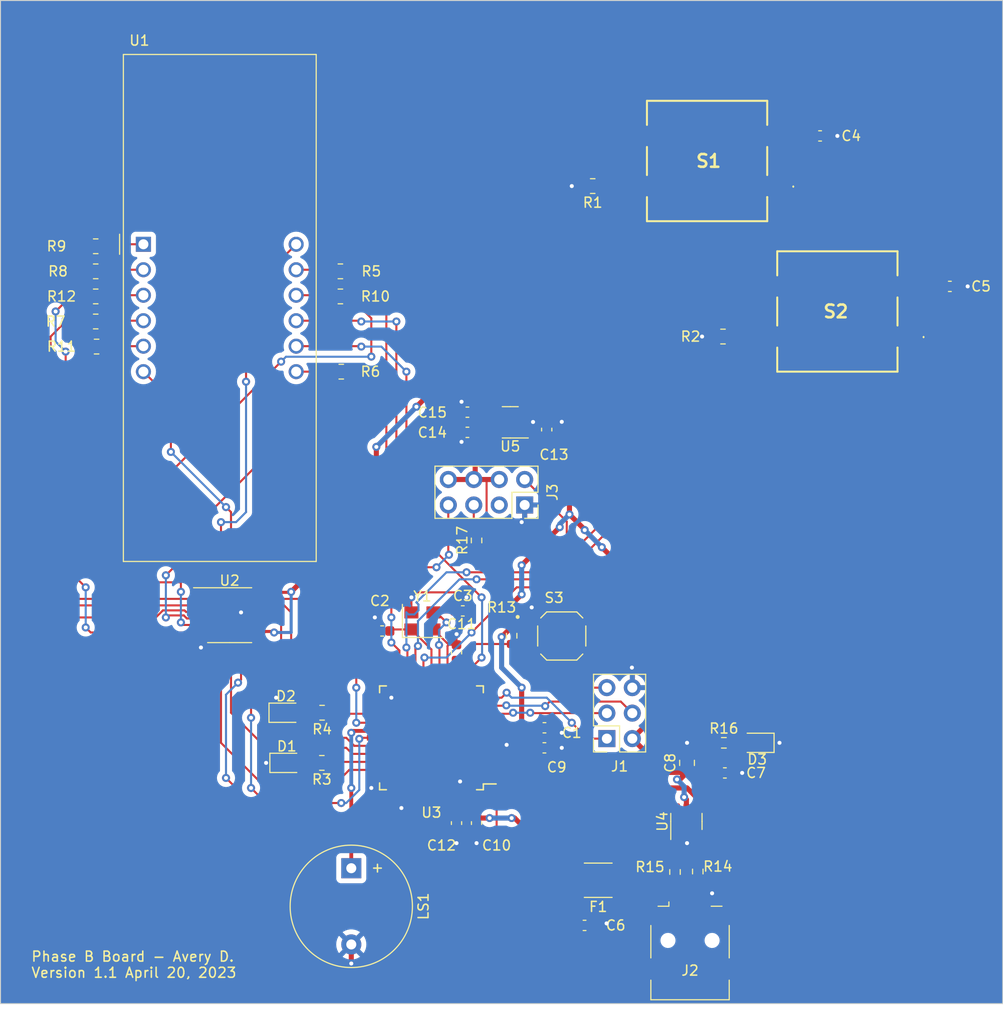
<source format=kicad_pcb>
(kicad_pcb (version 20221018) (generator pcbnew)
  (layers (0 "F.Cu" signal) (31 "B.Cu" signal) (34 "B.Paste" user) (35 "F.Paste" user) (36 "B.SilkS" user "B.Silkscreen") (37 "F.SilkS" user "F.Silkscreen") (38 "B.Mask" user) (39 "F.Mask" user) (44 "Edge.Cuts" user))
  (net 0 "")
  (net 1 "+5V")
  (net 2 "GND")
  (net 3 "XTAL1")
  (net 4 "XTAL2")
  (net 5 "/UCAP")
  (net 6 "/AREF")
  (net 7 "+3.3V")
  (net 8 "Net-(U5-BP)")
  (net 9 "Net-(D1-A)")
  (net 10 "Net-(D2-A)")
  (net 11 "Net-(D3-A)")
  (net 12 "Net-(J2-VBUS)")
  (net 13 "MISO")
  (net 14 "SCK")
  (net 15 "MOSI")
  (net 16 "RST")
  (net 17 "Net-(J2-D-)")
  (net 18 "Net-(J2-D+)")
  (net 20 "unconnected-(J2-Shield-Pad6)")
  (net 21 "TX")
  (net 23 "Net-(J3-Pin_5)")
  (net 24 "RX")
  (net 25 "Buzzer")
  (net 26 "Button_1")
  (net 27 "Button_2")
  (net 28 "RED_LED")
  (net 29 "GREEN_LED")
  (net 30 "a")
  (net 31 "Net-(U1-a)")
  (net 32 "b")
  (net 33 "Net-(U1-b)")
  (net 34 "c")
  (net 35 "Net-(U1-c)")
  (net 36 "d")
  (net 37 "Net-(U1-d)")
  (net 38 "e")
  (net 39 "Net-(U1-e)")
  (net 40 "f")
  (net 41 "Net-(U1-f)")
  (net 42 "g")
  (net 43 "Net-(U1-g)")
  (net 44 "dp")
  (net 45 "Net-(U1-DPX)")
  (net 46 "USB_CONN_D+")
  (net 47 "USB_CONN_D-")
  (net 52 "Dig4")
  (net 53 "Dig3")
  (net 54 "Dig2")
  (net 55 "Dig1")
  (net 57 "SH_CP")
  (net 58 "ST_CP")
  (net 59 "DS")
  (net 60 "USB_D-")
  (net 61 "USB_D+")
  (footprint "Fuse:Fuse_1812_4532Metric" (layer "F.Cu") (at 79.6375 107.7 180)
    (fp_text reference "F1")
    (fp_text value "PTCSMD")
  )
  (footprint "LED_SMD:LED_0805_2012Metric" (layer "F.Cu") (at 48.475 91)
    (fp_text reference "D2")
    (fp_text value "LED")
  )
  (footprint "Capacitor_SMD:C_0603_1608Metric" (layer "F.Cu") (at 58.075 82.85)
    (fp_text reference "C2")
    (fp_text value "22p" hide)
  )
  (footprint "Capacitor_SMD:C_0805_2012Metric" (layer "F.Cu") (at 88.5 96 90)
    (fp_text reference "C8")
    (fp_text value "10uF" hide)
  )
  (footprint "Connector_USB:USB_Mini-B_Lumberg_2486_01_Horizontal" (layer "F.Cu") (at 88.8 113.7)
    (fp_text reference "J2")
    (fp_text value "USB_B_Mini")
  )
  (footprint "Capacitor_SMD:C_0603_1608Metric" (layer "F.Cu") (at 66.125 80.85)
    (fp_text reference "C3")
    (fp_text value "22p" hide)
  )
  (footprint "Capacitor_SMD:C_0603_1608Metric" (layer "F.Cu") (at 65.5 85 90)
    (fp_text reference "C11")
    (fp_text value "0.1uF" hide)
  )
  (footprint "Resistor_SMD:R_0805_2012Metric" (layer "F.Cu") (at 29.5 49.5)
    (fp_text reference "R12")
    (fp_text value "100" hide)
  )
  (footprint "LED_SMD:LED_0805_2012Metric" (layer "F.Cu") (at 95.5 94 180)
    (fp_text reference "D3")
    (fp_text value "LED")
  )
  (footprint "Capacitor_SMD:C_0603_1608Metric" (layer "F.Cu") (at 74.275 92.5)
    (fp_text reference "C1")
    (fp_text value "0.1u" hide)
  )
  (footprint "Capacitor_SMD:C_0603_1608Metric" (layer "F.Cu") (at 66.5875 63.05 180)
    (fp_text reference "C14")
    (fp_text value "2.2uF" hide)
  )
  (footprint "PTS125_SMD_Button:PTS125_SMD_Button" (layer "F.Cu") (at 90.5 36 180)
    (fp_text reference "S1")
    (fp_text value "PTS125SM43SMTR21M_LFS" hide)
  )
  (footprint "Capacitor_SMD:C_0603_1608Metric" (layer "F.Cu") (at 101.775 33.5)
    (fp_text reference "C4")
    (fp_text value "0.1uF" hide)
  )
  (footprint "Resistor_SMD:R_0603_1608Metric" (layer "F.Cu") (at 67.5 73.825 90)
    (fp_text reference "R17")
    (fp_text value "10k" hide)
  )
  (footprint "Resistor_SMD:R_0805_2012Metric" (layer "F.Cu") (at 29.5 47)
    (fp_text reference "R8")
    (fp_text value "100" hide)
  )
  (footprint "Resistor_SMD:R_0603_1608Metric" (layer "F.Cu") (at 71 83.325 -90)
    (fp_text reference "R13")
    (fp_text value "10k" hide)
  )
  (footprint "Resistor_SMD:R_0603_1608Metric" (layer "F.Cu") (at 89.571819 106.828722 90)
    (fp_text reference "R14")
    (fp_text value "22" hide)
  )
  (footprint "Package_TO_SOT_SMD:SOT-23-5" (layer "F.Cu") (at 70.8625 62.05 180)
    (fp_text reference "U5")
    (fp_text value "LP2985-3.3")
  )
  (footprint "LED_SMD:LED_0805_2012Metric" (layer "F.Cu") (at 48.5625 96)
    (fp_text reference "D1")
    (fp_text value "LED")
  )
  (footprint "Resistor_SMD:R_0805_2012Metric" (layer "F.Cu") (at 52.0625 96 180)
    (fp_text reference "R3")
    (fp_text value "330" hide)
  )
  (footprint "Resistor_SMD:R_0805_2012Metric" (layer "F.Cu") (at 29.5875 54.5)
    (fp_text reference "R11")
    (fp_text value "100" hide)
  )
  (footprint "Capacitor_SMD:C_0603_1608Metric" (layer "F.Cu") (at 74.269851 94.5)
    (fp_text reference "C9")
    (fp_text value "1uF" hide)
  )
  (footprint "Capacitor_SMD:C_0603_1608Metric" (layer "F.Cu") (at 78.275 112.2)
    (fp_text reference "C6")
    (fp_text value "0.1uF" hide)
  )
  (footprint "Capacitor_SMD:C_0603_1608Metric" (layer "F.Cu") (at 74.5 62.775 90)
    (fp_text reference "C13")
    (fp_text value "1uF" hide)
  )
  (footprint "Resistor_SMD:R_0805_2012Metric" (layer "F.Cu") (at 29.5 44.5)
    (fp_text reference "R9")
    (fp_text value "100" hide)
  )
  (footprint "PTS526_SMD_Button:PTS526_SMD_Button" (layer "F.Cu") (at 76 83.35)
    (fp_text reference "S3")
    (fp_text value "PTS526_SM08_SMTR2_LFS")
  )
  (footprint "Resistor_SMD:R_0805_2012Metric" (layer "F.Cu") (at 79.0875 38.5 180)
    (fp_text reference "R1")
    (fp_text value "10k" hide)
  )
  (footprint "Resistor_SMD:R_0805_2012Metric" (layer "F.Cu") (at 29.5 52)
    (fp_text reference "R7")
    (fp_text value "100" hide)
  )
  (footprint "Capacitor_SMD:C_0603_1608Metric" (layer "F.Cu") (at 114.725 48.5)
    (fp_text reference "C5")
    (fp_text value "0.1uF" hide)
  )
  (footprint "Display_7Segment:CA56-12EWA" (layer "F.Cu") (at 34.26 44.3)
    (fp_text reference "U1")
    (fp_text value "CA56-12EWA")
  )
  (footprint "Resistor_SMD:R_0603_1608Metric" (layer "F.Cu") (at 92.175 94)
    (fp_text reference "R16")
    (fp_text value "1k" hide)
  )
  (footprint "Package_QFP:TQFP-44_10x10mm_P0.8mm" (layer "F.Cu") (at 63 93.5 180)
    (fp_text reference "U3")
    (fp_text value "ATmega32U4-A")
  )
  (footprint "Package_TO_SOT_SMD:SOT-23-6" (layer "F.Cu") (at 88.4375 101.8375 90)
    (fp_text reference "U4")
    (fp_text value "USBLC6-2SC6")
  )
  (footprint "Connector_PinSocket_2.54mm:PinSocket_2x04_P2.54mm_Vertical" (layer "F.Cu") (at 72.3 70.29 -90)
    (fp_text reference "J3")
    (fp_text value "ESP_Conn")
  )
  (footprint "PTS125_SMD_Button:PTS125_SMD_Button" (layer "F.Cu") (at 103.5 51 180)
    (fp_text reference "S2")
    (fp_text value "PTS125SM43SMTR21M_LFS" hide)
  )
  (footprint "Capacitor_SMD:C_0603_1608Metric" (layer "F.Cu") (at 66.5875 61.04 180)
    (fp_text reference "C15")
    (fp_text value "10nF" hide)
  )
  (footprint "Package_SO:TSSOP-16_4.4x5mm_P0.65mm" (layer "F.Cu") (at 42.8625 81.275)
    (fp_text reference "U2")
    (fp_text value "74HC595")
  )
  (footprint "Resistor_SMD:R_0805_2012Metric" (layer "F.Cu") (at 54 57 180)
    (fp_text reference "R6")
    (fp_text value "100" hide)
  )
  (footprint "Resistor_SMD:R_0805_2012Metric" (layer "F.Cu") (at 52.0875 91 180)
    (fp_text reference "R4")
    (fp_text value "330" hide)
  )
  (footprint "Buzzer_Beeper:Buzzer_12x9.5RM7.6" (layer "F.Cu") (at 55 106.5 -90)
    (fp_text reference "LS1")
    (fp_text value "Speaker")
  )
  (footprint "Capacitor_SMD:C_0603_1608Metric" (layer "F.Cu") (at 67.5 102 -90)
    (fp_text reference "C10")
    (fp_text value "0.1uF" hide)
  )
  (footprint "Crystal:Crystal_SMD_Abracon_ABM8G-4Pin_3.2x2.5mm" (layer "F.Cu") (at 62.1 81.85)
    (fp_text reference "Y1")
    (fp_text value "16MHz")
  )
  (footprint "Capacitor_SMD:C_0603_1608Metric" (layer "F.Cu") (at 92.275 97)
    (fp_text reference "C7")
    (fp_text value "0.1uF" hide)
  )
  (footprint "Resistor_SMD:R_0805_2012Metric" (layer "F.Cu") (at 53.9125 49.5 180)
    (fp_text reference "R10")
    (fp_text value "100" hide)
  )
  (footprint "Connector_PinSocket_2.54mm:PinSocket_2x03_P2.54mm_Vertical" (layer "F.Cu") (at 80.5 93.58 180)
    (fp_text reference "J1")
    (fp_text value "AVR-ISP-6")
  )
  (footprint "Resistor_SMD:R_0805_2012Metric" (layer "F.Cu") (at 92.0875 53.5 180)
    (fp_text reference "R2")
    (fp_text value "10k" hide)
  )
  (footprint "Resistor_SMD:R_0805_2012Metric" (layer "F.Cu") (at 53.9125 47 180)
    (fp_text reference "R5")
    (fp_text value "100" hide)
  )
  (footprint "Capacitor_SMD:C_0603_1608Metric" (layer "F.Cu") (at 65.5 102 -90)
    (fp_text reference "C12")
    (fp_text value "0.1uF" hide)
  )
  (footprint "Resistor_SMD:R_0603_1608Metric" (layer "F.Cu") (at 87.3 106.875 90)
    (fp_text reference "R15")
    (fp_text value "22" hide)
  )
  (gr_rect (start 20 20) (end 120 120) (stroke (width 0.1)) (fill none) (layer "Edge.Cuts"))
  (gr_text "Phase B Board - Avery D.\nVersion 1.1 April 20, 2023" (at 23 117.5) (layer "F.SilkS") (effects (font (size 1 1)) (justify left bottom)))
  (segment (start 77 61) (end 77 65.729006) (width 0.508) (layer "F.Cu") (net 1))
  (segment (start 58.558 90.3) (end 60 91.742) (width 0.508) (layer "F.Cu") (net 1))
  (segment (start 74.3625 63.55) (end 72.55 63.55) (width 0.508) (layer "F.Cu") (net 1))
  (segment (start 97.65 35.5) (end 110.65 48.5) (width 0.508) (layer "F.Cu") (net 1))
  (segment (start 59 97.942) (end 59.942 97) (width 0.508) (layer "F.Cu") (net 1))
  (segment (start 57.3 90.3) (end 58.558 90.3) (width 0.508) (layer "F.Cu") (net 1))
  (segment (start 71.8 92.7) (end 72 92.5) (width 0.508) (layer "F.Cu") (net 1))
  (segment (start 110.65 48.5) (end 113.95 48.5) (width 0.508) (layer "F.Cu") (net 1))
  (segment (start 67 97.5) (end 67 99.2) (width 0.508) (layer "F.Cu") (net 1))
  (segment (start 57.5 64.5) (end 57.5 70.4489) (width 0.508) (layer "F.Cu") (net 1))
  (segment (start 65.4 87.8) (end 65.4 85.875) (width 0.508) (layer "F.Cu") (net 1))
  (segment (start 85.5 80) (end 82.5 77) (width 0.508) (layer "F.Cu") (net 1))
  (segment (start 97.65 33.5) (end 97.65 35.5) (width 0.508) (layer "F.Cu") (net 1))
  (segment (start 71 80.2011) (end 72 79.2011) (width 0.508) (layer "F.Cu") (net 1))
  (segment (start 71.3 101.5) (end 71 101.5) (width 0.508) (layer "F.Cu") (net 1))
  (segment (start 88.4375 99.644532) (end 88.4375 100.7) (width 0.508) (layer "F.Cu") (net 1))
  (segment (start 67 100.725) (end 67.5 101.225) (width 0.508) (layer "F.Cu") (net 1))
  (segment (start 78.289352 72.789352) (end 78.289352 72.747846) (width 0.508) (layer "F.Cu") (net 1))
  (segment (start 77.5 112.2) (end 77.5 107.7) (width 0.508) (layer "F.Cu") (net 1))
  (segment (start 72 61.1) (end 72.6 60.5) (width 0.508) (layer "F.Cu") (net 1))
  (segment (start 97.65 33.5) (end 101 33.5) (width 0.508) (layer "F.Cu") (net 1))
  (segment (start 65.4 85.875) (end 65.5 85.775) (width 0.508) (layer "F.Cu") (net 1))
  (segment (start 85.5 91.12) (end 85.5 82.5) (width 0.508) (layer "F.Cu") (net 1))
  (segment (start 82.5 77) (end 80 74.5) (width 0.508) (layer "F.Cu") (net 1))
  (segment (start 65.4 87.8) (end 65.4 92.542) (width 0.508) (layer "F.Cu") (net 1))
  (segment (start 72.6 60.5) (end 76.5 60.5) (width 0.508) (layer "F.Cu") (net 1))
  (segment (start 67 99.2) (end 67 100.725) (width 0.508) (layer "F.Cu") (net 1))
  (segment (start 72 88.5) (end 72 92.5) (width 0.508) (layer "F.Cu") (net 1))
  (segment (start 70.9489 82.5) (end 70 83.4489) (width 0.508) (layer "F.Cu") (net 1))
  (segment (start 82.5 76.65) (end 82.5 77) (width 0.508) (layer "F.Cu") (net 1))
  (segment (start 65.4 92.542) (end 66.5 93.642) (width 0.508) (layer "F.Cu") (net 1))
  (segment (start 110.65 48.5) (end 82.5 76.65) (width 0.508) (layer "F.Cu") (net 1))
  (segment (start 66 97) (end 66.5 97) (width 0.508) (layer "F.Cu") (net 1))
  (segment (start 87.8035 97.6465) (end 88.5 96.95) (width 0.508) (layer "F.Cu") (net 1))
  (segment (start 66.5 97) (end 67 97.5) (width 0.508) (layer "F.Cu") (net 1))
  (segment (start 71 82.5) (end 71 80.2011) (width 0.508) (layer "F.Cu") (net 1))
  (segment (start 76.5 60.5) (end 77 61) (width 0.508) (layer "F.Cu") (net 1))
  (segment (start 47.1989 82.9) (end 47.2989 83) (width 0.3048) (layer "F.Cu") (net 1))
  (segment (start 86.41 96.95) (end 83.04 93.58) (width 0.508) (layer "F.Cu") (net 1))
  (segment (start 72 76.2989) (end 75.7989 72.5) (width 0.508) (layer "F.Cu") (net 1))
  (segment (start 72.55 63.55) (end 72 63) (width 0.508) (layer "F.Cu") (net 1))
  (segment (start 88.5 96.95) (end 88.675 96.95) (width 0.508) (layer "F.Cu") (net 1))
  (segment (start 83.04 93.58) (end 85.5 91.12) (width 0.508) (layer "F.Cu") (net 1))
  (segment (start 77.5 107.7) (end 71.3 101.5) (width 0.508) (layer "F.Cu") (net 1))
  (segment (start 91.45 96.95) (end 91.5 97) (width 0.508) (layer "F.Cu") (net 1))
  (segment (start 60 91.742) (end 60 97) (width 0.508) (layer "F.Cu") (net 1))
  (segment (start 88.208972 99.416004) (end 88.4375 99.644532) (width 0.508) (layer "F.Cu") (net 1))
  (segment (start 87.5 97.6465) (end 87.8035 97.6465) (width 0.508) (layer "F.Cu") (net 1))
  (segment (start 68.7 92.7) (end 67.442 92.7) (width 0.508) (layer "F.Cu") (net 1))
  (segment (start 91.5 97) (end 91.5 94.15) (width 0.508) (layer "F.Cu") (net 1))
  (segment (start 59.942 97) (end 60 97) (width 0.508) (layer "F.Cu") (net 1))
  (segment (start 63.5 58.5) (end 61.5 60.5) (width 0.508) (layer "F.Cu") (net 1))
  (segment (start 78.289352 72.747846) (end 76.770753 71.229247) (width 0.508) (layer "F.Cu") (net 1))
  (segment (start 68.7989 101.5) (end 67.775 101.5) (width 0.508) (layer "F.Cu") (net 1))
  (segment (start 48.9489 79) (end 49 78.9489) (width 0.3048) (layer "F.Cu") (net 1))
  (segment (start 91.5 94.15) (end 91.35 94) (width 0.508) (layer "F.Cu") (net 1))
  (segment (start 72 92.5) (end 73.5 92.5) (width 0.508) (layer "F.Cu") (net 1))
  (segment (start 69.4 58.5) (end 72 61.1) (width 0.508) (layer "F.Cu") (net 1))
  (segment (start 45.725 82.9) (end 47.1989 82.9) (width 0.3048) (layer "F.Cu") (net 1))
  (segment (start 76.770753 71.229247) (end 76.770753 65.958253) (width 0.508) (layer "F.Cu") (net 1))
  (segment (start 88.5 96.95) (end 86.41 96.95) (width 0.508) (layer "F.Cu") (net 1))
  (segment (start 57.5 70.4489) (end 49 78.9489) (width 0.508) (layer "F.Cu") (net 1))
  (segment (start 85.5 82.5) (end 85.5 80) (width 0.508) (layer "F.Cu") (net 1))
  (segment (start 88.5 96.95) (end 91.45 96.95) (width 0.508) (layer "F.Cu") (net 1))
  (segment (start 77 65.729006) (end 76.770753 65.958253) (width 0.508) (layer "F.Cu") (net 1))
  (segment (start 71 82.5) (end 70.9489 82.5) (width 0.508) (layer "F.Cu") (net 1))
  (segment (start 60 97) (end 66 97) (width 0.508) (layer "F.Cu") (net 1))
  (segment (start 45.725 79) (end 48.9489 79) (width 0.3048) (layer "F.Cu") (net 1))
  (segment (start 68.7 92.7) (end 71.8 92.7) (width 0.508) (layer "F.Cu") (net 1))
  (segment (start 69.4 58.5) (end 63.5 58.5) (width 0.508) (layer "F.Cu") (net 1))
  (segment (start 67.775 101.5) (end 67.5 101.225) (width 0.508) (layer "F.Cu") (net 1))
  (segment (start 59 99.2) (end 59 97.942) (width 0.508) (layer "F.Cu") (net 1))
  (segment (start 66.5 93.642) (end 66.5 97) (width 0.508) (layer "F.Cu") (net 1))
  (segment (start 66.5 97) (end 66.8 96.7) (width 0.508) (layer "F.Cu") (net 1))
  (segment (start 67.442 92.7) (end 66.5 93.642) (width 0.508) (layer "F.Cu") (net 1))
  (segment (start 76.770753 65.958253) (end 74.3625 63.55) (width 0.508) (layer "F.Cu") (net 1))
  (segment (start 66.8 96.7) (end 68.7 96.7) (width 0.508) (layer "F.Cu") (net 1))
  (via (at 87.5 97.6465) (size 0.8) (drill 0.4) (layers "F.Cu" "B.Cu") (net 1))
  (via (at 72 79.2011) (size 0.8) (drill 0.4) (layers "F.Cu" "B.Cu") (net 1))
  (via (at 57.5 64.5) (size 0.8) (drill 0.4) (layers "F.Cu" "B.Cu") (net 1))
  (via (at 75.7989 72.5) (size 0.8) (drill 0.4) (layers "F.Cu" "B.Cu") (net 1))
  (via (at 72 76.2989) (size 0.8) (drill 0.4) (layers "F.Cu" "B.Cu") (net 1))
  (via (at 72 88.5) (size 0.8) (drill 0.4) (layers "F.Cu" "B.Cu") (net 1))
  (via (at 61.5 60.5) (size 0.8) (drill 0.4) (layers "F.Cu" "B.Cu") (net 1))
  (via (at 80 74.5) (size 0.8) (drill 0.4) (layers "F.Cu" "B.Cu") (net 1))
  (via (at 71 101.5) (size 0.8) (drill 0.4) (layers "F.Cu" "B.Cu") (net 1))
  (via (at 47.2989 83) (size 0.8) (drill 0.4) (layers "F.Cu" "B.Cu") (net 1))
  (via (at 88.208972 99.416004) (size 0.8) (drill 0.4) (layers "F.Cu" "B.Cu") (net 1))
  (via (at 68.7989 101.5) (size 0.8) (drill 0.4) (layers "F.Cu" "B.Cu") (net 1))
  (via (at 76.770753 71.229247) (size 0.8) (drill 0.4) (layers "F.Cu" "B.Cu") (net 1))
  (via (at 70 83.4489) (size 0.8) (drill 0.4) (layers "F.Cu" "B.Cu") (net 1))
  (via (at 78.289352 72.789352) (size 0.8) (drill 0.4) (layers "F.Cu" "B.Cu") (net 1))
  (via (at 49 78.9489) (size 0.8) (drill 0.4) (layers "F.Cu" "B.Cu") (net 1))
  (segment (start 87.5 97.6465) (end 88.208972 98.355472) (width 0.508) (layer "B.Cu") (net 1))
  (segment (start 71 101.5) (end 68.7989 101.5) (width 0.508) (layer "B.Cu") (net 1))
  (segment (start 80 74.5) (end 78.289352 72.789352) (width 0.508) (layer "B.Cu") (net 1))
  (segment (start 75.7989 72.2011) (end 76.770753 71.229247) (width 0.508) (layer "B.Cu") (net 1))
  (segment (start 61.5 60.5) (end 57.5 64.5) (width 0.508) (layer "B.Cu") (net 1))
  (segment (start 72 79.2011) (end 72 76.2989) (width 0.508) (layer "B.Cu") (net 1))
  (segment (start 70 86.5) (end 72 88.5) (width 0.508) (layer "B.Cu") (net 1))
  (segment (start 88.208972 98.355472) (end 88.208972 99.416004) (width 0.508) (layer "B.Cu") (net 1))
  (segment (start 47.2989 83) (end 49 83) (width 0.3048) (layer "B.Cu") (net 1))
  (segment (start 70 83.4489) (end 70 86.5) (width 0.508) (layer "B.Cu") (net 1))
  (segment (start 75.7989 72.5) (end 75.7989 72.2011) (width 0.508) (layer "B.Cu") (net 1))
  (segment (start 49 78.9489) (end 49 83) (width 0.3048) (layer "B.Cu") (net 1))
  (segment (start 83.04 86.54) (end 83 86.5) (width 0.508) (layer "F.Cu") (net 2))
  (segment (start 66 64) (end 65.8125 63.8125) (width 0.508) (layer "F.Cu") (net 2))
  (segment (start 79.05 112.2) (end 80.275 112.2) (width 0.508) (layer "F.Cu") (net 2))
  (segment (start 90.4 109.6) (end 91 109) (width 0.508) (layer "F.Cu") (net 2))
  (segment (start 102.55 33.5) (end 103.5 33.5) (width 0.2032) (layer "F.Cu") (net 2))
  (segment (start 72.05 62) (end 72 62.05) (width 0.2032) (layer "F.Cu") (net 2))
  (segment (start 73.135374 62.016375) (end 72.033625 62.016375) (width 0.508) (layer "F.Cu") (net 2))
  (segment (start 47.5375 89.5375) (end 47.5 89.5) (width 0.2032) (layer "F.Cu") (net 2))
  (segment (start 88.4375 102.975) (end 88.4375 103.9375) (width 0.508) (layer "F.Cu") (net 2))
  (segment (start 66.5 79.5) (end 66 79) (width 0.2032) (layer "F.Cu") (net 2))
  (segment (start 78.175 38.5) (end 77 38.5) (width 0.2032) (layer "F.Cu") (net 2))
  (segment (start 88.5 95.05) (end 88.5 94) (width 0.508) (layer "F.Cu") (net 2))
  (segment (start 93.05 97) (end 94 97) (width 0.508) (layer "F.Cu") (net 2))
  (segment (start 63.2 82.7) (end 64.725 84.225) (width 0.2032) (layer "F.Cu") (net 2))
  (segment (start 57.3 89.5) (end 59 89.5) (width 0.508) (layer "F.Cu") (net 2))
  (segment (start 40 84.5) (end 40 83.55) (width 0.2032) (layer "F.Cu") (net 2))
  (segment (start 66.2 98.197787) (end 65.855713 97.8535) (width 0.508) (layer "F.Cu") (net 2))
  (segment (start 66 79) (end 61.5 79) (width 0.2032) (layer "F.Cu") (net 2))
  (segment (start 61 81) (end 61 79.5) (width 0.2032) (layer "F.Cu") (net 2))
  (segment (start 72.3 70.29) (end 72.3 71.7) (width 0.508) (layer "F.Cu") (net 2))
  (segment (start 66.5 79.5) (end 66.9 79.9) (width 0.2032) (layer "F.Cu") (net 2))
  (segment (start 47.5375 91) (end 47.5375 89.5375) (width 0.2032) (layer "F.Cu") (net 2))
  (segment (start 76 94.5) (end 75.044851 94.5) (width 0.508) (layer "F.Cu") (net 2))
  (segment (start 64.6 84.35) (end 64.725 84.225) (width 0.2032) (layer "F.Cu") (net 2))
  (segment (start 57.3 97.5) (end 57.3 98.2) (width 0.2032) (layer "F.Cu") (net 2))
  (segment (start 47.625 96) (end 46.5 96) (width 0.2032) (layer "F.Cu") (net 2))
  (segment (start 55 114.1) (end 55 116) (width 0.508) (layer "F.Cu") (net 2))
  (segment (start 90.4 111) (end 90.4 109.6) (width 0.508) (layer "F.Cu") (net 2))
  (segment (start 65.5 102.775) (end 65.5 104) (width 0.508) (layer "F.Cu") (net 2))
  (segment (start 83.04 88.5) (end 83.04 86.54) (width 0.508) (layer "F.Cu") (net 2))
  (segment (start 57.35 81.5) (end 57.3 81.55) (width 0.2032) (layer "F.Cu") (net 2))
  (segment (start 115.5 48.5) (end 116.5 48.5) (width 0.508) (layer "F.Cu") (net 2))
  (segment (start 70.4011 94.3) (end 70.5 94.2011) (width 0.508) (layer "F.Cu") (net 2))
  (segment (start 73 81.5) (end 73 80.5) (width 0.2032) (layer "F.Cu") (net 2))
  (segment (start 57.3 81.55) (end 57.3 82.85) (width 0.2032) (layer "F.Cu") (net 2))
  (segment (start 65.5 84.225) (end 65.5 83.5) (width 0.2032) (layer "F.Cu") (net 2))
  (segment (start 80.275 112.2) (end 80.475 112) (width 0.508) (layer "F.Cu") (net 2))
  (segment (start 45.725 80.95) (end 44.05 80.95) (width 0.2032) (layer "F.Cu") (net 2))
  (segment (start 96.4375 94) (end 97.725 94) (width 0.508) (layer "F.Cu") (net 2))
  (segment (start 59.8 99.2) (end 59.8 100.3) (width 0.508) (layer "F.Cu") (net 2))
  (segment (start 75.5 92.5) (end 76 93) (width 0.508) (layer "F.Cu") (net 2))
  (segment (start 65.8125 63.8125) (end 65.8125 63.05) (width 0.508) (layer "F.Cu") (net 2))
  (segment (start 74.5 62) (end 76 62) (width 0.508) (layer "F.Cu") (net 2))
  (segment (start 88.4375 103.9375) (end 88.5 104) (width 0.508) (layer "F.Cu") (net 2))
  (segment (start 72.3 71.7) (end 72 72) (width 0.508) (layer "F.Cu") (net 2))
  (segment (start 64.6 87.8) (end 64.6 84.35) (width 0.2032) (layer "F.Cu") (net 2))
  (segment (start 57.3 98.2) (end 57 98.5) (width 0.2032) (layer "F.Cu") (net 2))
  (segment (start 75.05 92.5) (end 75.5 92.5) (width 0.508) (layer "F.Cu") (net 2))
  (segment (start 68.7 94.3) (end 70.4011 94.3) (width 0.508) (layer "F.Cu") (net 2))
  (segment (start 44.05 80.95) (end 44 81) (width 0.2032) (layer "F.Cu") (net 2))
  (segment (start 66.2 99.2) (end 66.2 98.197787) (width 0.508) (layer "F.Cu") (net 2))
  (segment (start 66 60) (end 65.8125 60.1875) (width 0.508) (layer "F.Cu") (net 2))
  (segment (start 61.5 79) (end 61 79.5) (width 0.2032) (layer "F.Cu") (net 2))
  (segment (start 65.8125 60.1875) (end 65.8125 61.04) (width 0.508) (layer "F.Cu") (net 2))
  (segment (start 91.175 53.5) (end 90 53.5) (width 0.2032) (layer "F.Cu") (net 2))
  (segment (start 67.5 102.775) (end 67.5 104) (width 0.508) (layer "F.Cu") (net 2))
  (segment (start 59.8 100.3) (end 60 100.5) (width 0.508) (layer "F.Cu") (net 2))
  (segment (start 72.033625 62.016375) (end 72 62.05) (width 0.508) (layer "F.Cu") (net 2))
  (segment (start 64.725 84.225) (end 65.5 84.225) (width 0.2032) (layer "F.Cu") (net 2))
  (segment (start 66.9 79.9) (end 66.9 80.85) (width 0.2032) (layer "F.Cu") (net 2))
  (via (at 76 93) (size 0.8) (drill 0.4) (layers "F.Cu" "B.Cu") (net 2))
  (via (at 59 89.5) (size 0.8) (drill 0.4) (layers "F.Cu" "B.Cu") (net 2))
  (via (at 55 116) (size 0.8) (drill 0.4) (layers "F.Cu" "B.Cu") (net 2))
  (via (at 76 62) (size 0.8) (drill 0.4) (layers "F.Cu" "B.Cu") (net 2))
  (via (at 65.855713 97.8535) (size 0.8) (drill 0.4) (layers "F.Cu" "B.Cu") (net 2))
  (via (at 60 100.5) (size 0.8) (drill 0.4) (layers "F.Cu" "B.Cu") (net 2))
  (via (at 103.5 33.5) (size 0.8) (drill 0.4) (layers "F.Cu" "B.Cu") (net 2))
  (via (at 70.5 94.2011) (size 0.8) (drill 0.4) (layers "F.Cu" "B.Cu") (net 2))
  (via (at 61 79.5) (size 0.8) (drill 0.4) (layers "F.Cu" "B.Cu") (net 2))
  (via (at 46.5 96) (size 0.8) (drill 0.4) (layers "F.Cu" "B.Cu") (net 2))
  (via (at 88.5 104) (size 0.8) (drill 0.4) (layers "F.Cu" "B.Cu") (net 2))
  (via (at 73 80.5) (size 0.8) (drill 0.4) (layers "F.Cu" "B.Cu") (net 2))
  (via (at 72 72) (size 0.8) (drill 0.4) (layers "F.Cu" "B.Cu") (net 2))
  (via (at 47.5 89.5) (size 0.8) (drill 0.4) (layers "F.Cu" "B.Cu") (net 2))
  (via (at 66 64) (size 0.8) (drill 0.4) (layers "F.Cu" "B.Cu") (net 2))
  (via (at 66.5 79.5) (size 0.8) (drill 0.4) (layers "F.Cu" "B.Cu") (net 2))
  (via (at 90 53.5) (size 0.8) (drill 0.4) (layers "F.Cu" "B.Cu") (net 2))
  (via (at 91 109) (size 0.8) (drill 0.4) (layers "F.Cu" "B.Cu") (net 2))
  (via (at 65.5 104) (size 0.8) (drill 0.4) (layers "F.Cu" "B.Cu") (net 2))
  (via (at 67.5 104) (size 0.8) (drill 0.4) (layers "F.Cu" "B.Cu") (net 2))
  (via (at 57.35 81.5) (size 0.8) (drill 0.4) (layers "F.Cu" "B.Cu") (net 2))
  (via (at 40 84.5) (size 0.8) (drill 0.4) (layers "F.Cu" "B.Cu") (net 2))
  (via (at 57 98.5) (size 0.8) (drill 0.4) (layers "F.Cu" "B.Cu") (net 2))
  (via (at 116.5 48.5) (size 0.8) (drill 0.4) (layers "F.Cu" "B.Cu") (net 2))
  (via (at 76 94.5) (size 0.8) (drill 0.4) (layers "F.Cu" "B.Cu") (net 2))
  (via (at 77 38.5) (size 0.8) (drill 0.4) (layers "F.Cu" "B.Cu") (net 2))
  (via (at 80.475 112) (size 0.8) (drill 0.4) (layers "F.Cu" "B.Cu") (net 2))
  (via (at 97.725 94) (size 0.8) (drill 0.4) (layers "F.Cu" "B.Cu") (net 2))
  (via (at 73.135374 62.016375) (size 0.8) (drill 0.4) (layers "F.Cu" "B.Cu") (net 2))
  (via (at 66 60) (size 0.8) (drill 0.4) (layers "F.Cu" "B.Cu") (net 2))
  (via (at 83 86.5) (size 0.8) (drill 0.4) (layers "F.Cu" "B.Cu") (net 2))
  (via (at 88.5 94) (size 0.8) (drill 0.4) (layers "F.Cu" "B.Cu") (net 2))
  (via (at 44 81) (size 0.8) (drill 0.4) (layers "F.Cu" "B.Cu") (net 2))
  (via (at 94 97) (size 0.8) (drill 0.4) (layers "F.Cu" "B.Cu") (net 2))
  (via (at 65.50655 83.162662) (size 0.8) (drill 0.4) (layers "F.Cu" "B.Cu") (net 2))
  (segment (start 63 84.7) (end 63 87.8) (width 0.2032) (layer "F.Cu") (net 3))
  (segment (start 59 82.7) (end 58.85 82.85) (width 0.2032) (layer "F.Cu") (net 3))
  (segment (start 61 82.7) (end 63 84.7) (width 0.2032) (layer "F.Cu") (net 3))
  (segment (start 61 82.7) (end 59 82.7) (width 0.2032) (layer "F.Cu") (net 3))
  (segment (start 63.754247 84.245753) (end 63.8 84.291506) (width 0.2032) (layer "F.Cu") (net 4))
  (segment (start 65.2 81) (end 63.2 81) (width 0.2032) (layer "F.Cu") (net 4))
  (segment (start 63.8 84.291506) (end 63.8 87.8) (width 0.2032) (layer "F.Cu") (net 4))
  (segment (start 63.5 81) (end 63.2 81) (width 0.2032) (layer "F.Cu") (net 4))
  (segment (start 65.35 80.85) (end 65.2 81) (width 0.2032) (layer "F.Cu") (net 4))
  (segment (start 64.5 82) (end 63.5 81) (width 0.2032) (layer "F.Cu") (net 4))
  (via (at 63.754247 84.245753) (size 0.8) (drill 0.4) (layers "F.Cu" "B.Cu") (net 4))
  (via (at 64.5 82) (size 0.8) (drill 0.4) (layers "F.Cu" "B.Cu") (net 4))
  (segment (start 63.754247 82.745753) (end 63.754247 84.245753) (width 0.2032) (layer "B.Cu") (net 4))
  (segment (start 64.5 82) (end 63.754247 82.745753) (width 0.2032) (layer "B.Cu") (net 4))
  (segment (start 72.926751 93.5) (end 73.494851 94.0681) (width 0.2032) (layer "F.Cu") (net 5))
  (segment (start 68.7 93.5) (end 72.926751 93.5) (width 0.2032) (layer "F.Cu") (net 5))
  (segment (start 65.4 101.125) (end 65.4 99.2) (width 0.2032) (layer "F.Cu") (net 6))
  (segment (start 65.5 101.225) (end 65.4 101.125) (width 0.2032) (layer "F.Cu") (net 6))
  (segment (start 67.4125 63) (end 67.3625 63.05) (width 0.508) (layer "F.Cu") (net 7))
  (segment (start 67.5 74.65) (end 67.65 74.5) (width 0.2032) (layer "F.Cu") (net 7))
  (segment (start 67.22 67.75) (end 67.3625 67.6075) (width 0.508) (layer "F.Cu") (net 7))
  (segment (start 69.725 63) (end 67.4125 63) (width 0.508) (layer "F.Cu") (net 7))
  (segment (start 67.3625 67.6075) (end 67.3625 63.05) (width 0.508) (layer "F.Cu") (net 7))
  (segment (start 68.5 67.75) (end 69.76 67.75) (width 0.508) (layer "F.Cu") (net 7))
  (segment (start 67.65 74.5) (end 68.5 74.5) (width 0.2032) (layer "F.Cu") (net 7))
  (segment (start 68.5 74.5) (end 68.5 67.75) (width 0.2032) (layer "F.Cu") (net 7))
  (segment (start 67.22 67.75) (end 64.68 67.75) (width 0.508) (layer "F.Cu") (net 7))
  (segment (start 67.22 67.75) (end 68.5 67.75) (width 0.508) (layer "F.Cu") (net 7))
  (segment (start 69.725 61.1) (end 67.4225 61.1) (width 0.2032) (layer "F.Cu") (net 8))
  (segment (start 67.4225 61.1) (end 67.3625 61.04) (width 0.2032) (layer "F.Cu") (net 8))
  (segment (start 51.15 96) (end 49.5 96) (width 0.2032) (layer "F.Cu") (net 9))
  (segment (start 49.4125 91) (end 51.175 91) (width 0.2032) (layer "F.Cu") (net 10))
  (segment (start 93 94) (end 94.5625 94) (width 0.508) (layer "F.Cu") (net 11))
  (segment (start 86 109) (end 87.2 110.2) (width 0.508) (layer "F.Cu") (net 12))
  (segment (start 81.775 107.7) (end 83.075 109) (width 0.508) (layer "F.Cu") (net 12))
  (segment (start 87.2 110.2) (end 87.2 111) (width 0.508) (layer "F.Cu") (net 12))
  (segment (start 83.075 109) (end 86 109) (width 0.508) (layer "F.Cu") (net 12))
  (segment (start 78.58 93.58) (end 80.5 93.58) (width 0.2032) (layer "F.Cu") (net 13))
  (segment (start 77 92) (end 78.58 93.58) (width 0.2032) (layer "F.Cu") (net 13))
  (segment (start 70.5 89) (end 70 89.5) (width 0.2032) (layer "F.Cu") (net 13))
  (segment (start 70 89.5) (end 68.7 89.5) (width 0.2032) (layer "F.Cu") (net 13))
  (via (at 70.5 89) (size 0.8) (drill 0.4) (layers "F.Cu" "B.Cu") (net 13))
  (via (at 77 92) (size 0.8) (drill 0.4) (layers "F.Cu" "B.Cu") (net 13))
  (segment (start 71 89.5) (end 74.5 89.5) (width 0.2032) (layer "B.Cu") (net 13))
  (segment (start 70.5 89) (end 71 89.5) (width 0.2032) (layer "B.Cu") (net 13))
  (segment (start 74.5 89.5) (end 77 92) (width 0.2032) (layer "B.Cu") (net 13))
  (segment (start 80.5 91.04) (end 72.8935 91.04) (width 0.2032) (layer "F.Cu") (net 14))
  (segment (start 71.1465 91) (end 71.0465 91.1) (width 0.2032) (layer "F.Cu") (net 14))
  (segment (start 71.0465 91.1) (end 68.7 91.1) (width 0.2032) (layer "F.Cu") (net 14))
  (segment (start 72.8935 91.04) (end 72.8535 91) (width 0.2032) (layer "F.Cu") (net 14))
  (via (at 71.1465 91) (size 0.8) (drill 0.4) (layers "F.Cu" "B.Cu") (net 14))
  (via (at 72.8535 91) (size 0.8) (drill 0.4) (layers "F.Cu" "B.Cu") (net 14))
  (segment (start 72.8535 91) (end 71.1465 91) (width 0.2032) (layer "B.Cu") (net 14))
  (segment (start 74.797894 89.8884) (end 81.8884 89.8884) (width 0.2032) (layer "F.Cu") (net 15))
  (segment (start 81.8884 89.8884) (end 83.04 91.04) (width 0.2032) (layer "F.Cu") (net 15))
  (segment (start 70.469197 90.264972) (end 70.434169 90.3) (width 0.2032) (layer "F.Cu") (net 15))
  (segment (start 74.347394 90.3389) (end 74.797894 89.8884) (width 0.2032) (layer "F.Cu") (net 15))
  (segment (start 70.434169 90.3) (end 68.7 90.3) (width 0.2032) (layer "F.Cu") (net 15))
  (via (at 74.347394 90.3389) (size 0.8) (drill 0.4) (layers "F.Cu" "B.Cu") (net 15))
  (via (at 70.469197 90.264972) (size 0.8) (drill 0.4) (layers "F.Cu" "B.Cu") (net 15))
  (segment (start 70.469197 90.264972) (end 70.502625 90.2984) (width 0.2032) (layer "B.Cu") (net 15))
  (segment (start 74.306894 90.2984) (end 74.347394 90.3389) (width 0.2032) (layer "B.Cu") (net 15))
  (segment (start 70.502625 90.2984) (end 74.306894 90.2984) (width 0.2032) (layer "B.Cu") (net 15))
  (segment (start 66.85 84.15) (end 66.5 84.5) (width 0.2032) (layer "F.Cu") (net 16))
  (segment (start 66.5 84.5) (end 66.5 86.5468) (width 0.2032) (layer "F.Cu") (net 16))
  (segment (start 72.05 85.2) (end 73 85.2) (width 0.2032) (layer "F.Cu") (net 16))
  (segment (start 76.3 88.5) (end 73 85.2) (width 0.2032) (layer "F.Cu") (net 16))
  (segment (start 66.2 86.8468) (end 66.2 87.8) (width 0.2032) (layer "F.Cu") (net 16))
  (segment (start 71 84.15) (end 66.85 84.15) (width 0.2032) (layer "F.Cu") (net 16))
  (segment (start 71 84.15) (end 72.05 85.2) (width 0.2032) (layer "F.Cu") (net 16))
  (segment (start 80.5 88.5) (end 76.3 88.5) (width 0.2032) (layer "F.Cu") (net 16))
  (segment (start 66.5 86.5468) (end 66.2 86.8468) (width 0.2032) (layer "F.Cu") (net 16))
  (segment (start 88 108.4) (end 88 111) (width 0.254) (layer "F.Cu") (net 17))
  (segment (start 87.3 107.7) (end 88 108.4) (width 0.254) (layer "F.Cu") (net 17))
  (segment (start 89.571819 107.653722) (end 88.8 108.425541) (width 0.254) (layer "F.Cu") (net 18))
  (segment (start 88.8 108.425541) (end 88.8 111) (width 0.254) (layer "F.Cu") (net 18))
  (segment (start 84.35 116.55) (end 93.25 116.55) (width 0.2032) (layer "F.Cu") (net 20))
  (segment (start 93.25 116.55) (end 93.25 111.1) (width 0.2032) (layer "F.Cu") (net 20))
  (segment (start 84.35 111.1) (end 84.35 116.55) (width 0.2032) (layer "F.Cu") (net 20))
  (segment (start 76.5 71.95) (end 72.3 67.75) (width 0.2032) (layer "F.Cu") (net 21))
  (segment (start 60.6 84.6) (end 60.5 84.5) (width 0.2032) (layer "F.Cu") (net 21))
  (segment (start 60.6 87.8) (end 60.6 84.6) (width 0.2032) (layer "F.Cu") (net 21))
  (segment (start 76.5 75) (end 76.5 71.95) (width 0.2032) (layer "F.Cu") (net 21))
  (segment (start 74.5 77) (end 76.5 75) (width 0.2032) (layer "F.Cu") (net 21))
  (segment (start 66.5 77) (end 74.5 77) (width 0.2032) (layer "F.Cu") (net 21))
  (via (at 66.5 77) (size 0.8) (drill 0.4) (layers "F.Cu" "B.Cu") (net 21))
  (via (at 60.5 84.5) (size 0.8) (drill 0.4) (layers "F.Cu" "B.Cu") (net 21))
  (segment (start 61.290613 81.2016) (end 61.7016 80.790613) (width 0.2032) (layer "B.Cu") (net 21))
  (segment (start 61.7016 80.209387) (end 61.496107 80.003893) (width 0.2032) (layer "B.Cu") (net 21))
  (segment (start 60.5 81) (end 60.503894 80.996106) (width 0.2032) (layer "B.Cu") (net 21))
  (segment (start 61.7016 80.790613) (end 61.7016 80.209387) (width 0.2032) (layer "B.Cu") (net 21))
  (segment (start 60.709387 81.2016) (end 61.290613 81.2016) (width 0.2032) (layer "B.Cu") (net 21))
  (segment (start 60.5 84.5) (end 60.5 81) (width 0.2032) (layer "B.Cu") (net 21))
  (segment (start 64.5 77) (end 66.5 77) (width 0.2032) (layer "B.Cu") (net 21))
  (segment (start 60.503894 80.996106) (end 60.709387 81.2016) (width 0.2032) (layer "B.Cu") (net 21))
  (segment (start 61.496107 80.003893) (end 64.5 77) (width 0.2032) (layer "B.Cu") (net 21))
  (segment (start 67.22 72.72) (end 67.22 70.29) (width 0.2032) (layer "F.Cu") (net 23))
  (segment (start 67.5 73) (end 67.22 72.72) (width 0.2032) (layer "F.Cu") (net 23))
  (segment (start 63.5 76.5) (end 62.207787 76.5) (width 0.2032) (layer "F.Cu") (net 24))
  (segment (start 59 79.707787) (end 59 81.5) (width 0.2032) (layer "F.Cu") (net 24))
  (segment (start 64.68 75.188494) (end 64.745753 75.254247) (width 0.2032) (layer "F.Cu") (net 24))
  (segment (start 64.68 70.29) (end 64.68 75.188494) (width 0.2032) (layer "F.Cu") (net 24))
  (segment (start 62.207787 76.5) (end 59 79.707787) (width 0.2032) (layer "F.Cu") (net 24))
  (segment (start 59.8 84.8) (end 59.8 87.8) (width 0.2032) (layer "F.Cu") (net 24))
  (segment (start 59 84) (end 59.8 84.8) (width 0.2032) (layer "F.Cu") (net 24))
  (via (at 63.5 76.5) (size 0.8) (drill 0.4) (layers "F.Cu" "B.Cu") (net 24))
  (via (at 59 81.5) (size 0.8) (drill 0.4) (layers "F.Cu" "B.Cu") (net 24))
  (via (at 59 84) (size 0.8) (drill 0.4) (layers "F.Cu" "B.Cu") (net 24))
  (via (at 64.745753 75.254247) (size 0.8) (drill 0.4) (layers "F.Cu" "B.Cu") (net 24))
  (segment (start 64.745753 75.254247) (end 63.5 76.5) (width 0.2032) (layer "B.Cu") (net 24))
  (segment (start 59 81.5) (end 59 84) (width 0.2032) (layer "B.Cu") (net 24))
  (segment (start 55 98.5) (end 55 106.5) (width 0.381) (layer "F.Cu") (net 25))
  (segment (start 57.1916 92.8084) (end 55.1916 92.8084) (width 0.381) (layer "F.Cu") (net 25))
  (segment (start 57.3 92.7) (end 57.1916 92.8084) (width 0.381) (layer "F.Cu") (net 25))
  (segment (start 55.1916 92.8084) (end 55 93) (width 0.381) (layer "F.Cu") (net 25))
  (via (at 55 93) (size 0.8) (drill 0.4) (layers "F.Cu" "B.Cu") (net 25))
  (via (at 55 98.5) (size 0.8) (drill 0.4) (layers "F.Cu" "B.Cu") (net 25))
  (segment (start 55 93) (end 55 98.5) (width 0.381) (layer "B.Cu") (net 25))
  (segment (start 80 38.5) (end 83.35 38.5) (width 0.2032) (layer "F.Cu") (net 26))
  (segment (start 80 38.5) (end 80 72) (width 0.2032) (layer "F.Cu") (net 26))
  (segment (start 61.4 84.6) (end 61.654247 84.345753) (width 0.2032) (layer "F.Cu") (net 26))
  (segment (start 74.36911 77.7011) (end 80 72.07021) (width 0.2032) (layer "F.Cu") (net 26))
  (segment (start 67.5 77.7011) (end 74.36911 77.7011) (width 0.2032) (layer "F.Cu") (net 26))
  (segment (start 61.4 87.8) (end 61.4 84.6) (width 0.2032) (layer "F.Cu") (net 26))
  (via (at 67.5 77.7011) (size 0.8) (drill 0.4) (layers "F.Cu" "B.Cu") (net 26))
  (via (at 61.654247 84.345753) (size 0.8) (drill 0.4) (layers "F.Cu" "B.Cu") (net 26))
  (segment (start 61.654247 84.345753) (end 61.654247 81.845753) (width 0.2032) (layer "B.Cu") (net 26))
  (segment (start 61.654247 81.845753) (end 65.7989 77.7011) (width 0.2032) (layer "B.Cu") (net 26))
  (segment (start 65.7989 77.7011) (end 67.5 77.7011) (width 0.2032) (layer "B.Cu") (net 26))
  (segment (start 93 53.5) (end 96.35 53.5) (width 0.2032) (layer "F.Cu") (net 27))
  (segment (start 75 78.5) (end 93 60.5) (width 0.2032) (layer "F.Cu") (net 27))
  (segment (start 93 60.5) (end 93 53.5) (width 0.2032) (layer "F.Cu") (net 27))
  (segment (start 62.2 85.5989) (end 62.2989 85.5) (width 0.2032) (layer "F.Cu") (net 27))
  (segment (start 67 83) (end 71.5 78.5) (width 0.2032) (layer "F.Cu") (net 27))
  (segment (start 71.5 78.5) (end 75 78.5) (width 0.2032) (layer "F.Cu") (net 27))
  (segment (start 62.2 87.8) (end 62.2 85.5989) (width 0.2032) (layer "F.Cu") (net 27))
  (via (at 67 83) (size 0.8) (drill 0.4) (layers "F.Cu" "B.Cu") (net 27))
  (via (at 62.2989 85.5) (size 0.8) (drill 0.4) (layers "F.Cu" "B.Cu") (net 27))
  (segment (start 62.2989 85.5) (end 64.5 85.5) (width 0.2032) (layer "B.Cu") (net 27))
  (segment (start 64.5 85.5) (end 67 83) (width 0.2032) (layer "B.Cu") (net 27))
  (segment (start 53.075 95.9) (end 57.3 95.9) (width 0.2032) (layer "F.Cu") (net 28))
  (segment (start 52.975 96) (end 53.075 95.9) (width 0.2032) (layer "F.Cu") (net 28))
  (segment (start 53 91) (end 53.1 91.1) (width 0.2032) (layer "F.Cu") (net 29))
  (segment (start 53.1 91.1) (end 57.3 91.1) (width 0.2032) (layer "F.Cu") (net 29))
  (segment (start 55.85 79.65) (end 45.725 79.65) (width 0.2032) (layer "F.Cu") (net 30))
  (segment (start 58.5 50.675) (end 58.5 77) (width 0.2032) (layer "F.Cu") (net 30))
  (segment (start 58.5 77) (end 55.85 79.65) (width 0.2032) (layer "F.Cu") (net 30))
  (segment (start 54.825 47) (end 58.5 50.675) (width 0.2032) (layer "F.Cu") (net 30))
  (segment (start 52.84 46.84) (end 53 47) (width 0.2032) (layer "F.Cu") (net 31))
  (segment (start 49.5 46.84) (end 52.84 46.84) (width 0.2032) (layer "F.Cu") (net 31))
  (segment (start 40 79) (end 40 71.9125) (width 0.2032) (layer "F.Cu") (net 32))
  (segment (start 40 71.9125) (end 54.9125 57) (width 0.2032) (layer "F.Cu") (net 32))
  (segment (start 53.0875 57) (end 49.5 57) (width 0.2032) (layer "F.Cu") (net 33))
  (segment (start 27.15 79.65) (end 25 77.5) (width 0.2032) (layer "F.Cu") (net 34))
  (segment (start 40 79.65) (end 27.15 79.65) (width 0.2032) (layer "F.Cu") (net 34))
  (segment (start 25 53.5) (end 26.5 52) (width 0.2032) (layer "F.Cu") (net 34))
  (segment (start 26.5 52) (end 28.5875 52) (width 0.2032) (layer "F.Cu") (net 34))
  (segment (start 25 77.5) (end 25 53.5) (width 0.2032) (layer "F.Cu") (net 34))
  (segment (start 30.4925 51.92) (end 34.26 51.92) (width 0.2032) (layer "F.Cu") (net 35))
  (segment (start 30.4125 52) (end 30.4925 51.92) (width 0.2032) (layer "F.Cu") (net 35))
  (segment (start 23.5 48.5) (end 25 47) (width 0.2032) (layer "F.Cu") (net 36))
  (segment (start 25.8 80.3) (end 23.5 78) (width 0.2032) (layer "F.Cu") (net 36))
  (segment (start 23.5 78) (end 23.5 48.5) (width 0.2032) (layer "F.Cu") (net 36))
  (segment (start 25 47) (end 28.5875 47) (width 0.2032) (layer "F.Cu") (net 36))
  (segment (start 40 80.3) (end 25.8 80.3) (width 0.2032) (layer "F.Cu") (net 36))
  (segment (start 30.5725 46.84) (end 34.26 46.84) (width 0.2032) (layer "F.Cu") (net 37))
  (segment (start 30.4125 47) (end 30.5725 46.84) (width 0.2032) (layer "F.Cu") (net 37))
  (segment (start 26 44.5) (end 28.5875 44.5) (width 0.2032) (layer "F.Cu") (net 38))
  (segment (start 24.5 81.5) (end 22 79) (width 0.2032) (layer "F.Cu") (net 38))
  (segment (start 40 80.95) (end 38.512424 80.95) (width 0.2032) (layer "F.Cu") (net 38))
  (segment (start 22 48.5) (end 26 44.5) (width 0.2032) (layer "F.Cu") (net 38))
  (segment (start 38.360824 80.7984) (end 36.2016 80.7984) (width 0.2032) (layer "F.Cu") (net 38))
  (segment (start 35.5 81.5) (end 24.5 81.5) (width 0.2032) (layer "F.Cu") (net 38))
  (segment (start 38.512424 80.95) (end 38.360824 80.7984) (width 0.2032) (layer "F.Cu") (net 38))
  (segment (start 36.2016 80.7984) (end 35.5 81.5) (width 0.2032) (layer "F.Cu") (net 38))
  (segment (start 22 79) (end 22 48.5) (width 0.2032) (layer "F.Cu") (net 38))
  (segment (start 30.4125 44.5) (end 30.6125 44.3) (width 0.2032) (layer "F.Cu") (net 39))
  (segment (start 30.6125 44.3) (end 34.26 44.3) (width 0.2032) (layer "F.Cu") (net 39))
  (segment (start 38.592213 81.6) (end 40 81.6) (width 0.2032) (layer "F.Cu") (net 40))
  (segment (start 36.5 81.5) (end 36.7016 81.2984) (width 0.2032) (layer "F.Cu") (net 40))
  (segment (start 37.5 66.5) (end 48 56) (width 0.2032) (layer "F.Cu") (net 40))
  (segment (start 57 55.5) (end 57 51.675) (width 0.2032) (layer "F.Cu") (net 40))
  (segment (start 57 51.675) (end 54.825 49.5) (width 0.2032) (layer "F.Cu") (net 40))
  (segment (start 38.290613 81.2984) (end 38.592213 81.6) (width 0.2032) (layer "F.Cu") (net 40))
  (segment (start 37.5 76.2989) (end 37.5 66.5) (width 0.2032) (layer "F.Cu") (net 40))
  (segment (start 36.7016 81.2984) (end 38.290613 81.2984) (width 0.2032) (layer "F.Cu") (net 40))
  (segment (start 36.5 77.2989) (end 37.5 76.2989) (width 0.2032) (layer "F.Cu") (net 40))
  (via (at 57 55.5) (size 0.8) (drill 0.4) (layers "F.Cu" "B.Cu") (net 40))
  (via (at 36.5 77.2989) (size 0.8) (drill 0.4) (layers "F.Cu" "B.Cu") (net 40))
  (via (at 48 56) (size 0.8) (drill 0.4) (layers "F.Cu" "B.Cu") (net 40))
  (via (at 36.5 81.5) (size 0.8) (drill 0.4) (layers "F.Cu" "B.Cu") (net 40))
  (segment (start 48 56) (end 48.4884 55.5116) (width 0.2032) (layer "B.Cu") (net 40))
  (segment (start 56.9884 55.5116) (end 57 55.5) (width 0.2032) (layer "B.Cu") (net 40))
  (segment (start 36.5 81.5) (end 36.5 77.2989) (width 0.2032) (layer "B.Cu") (net 40))
  (segment (start 48.4884 55.5116) (end 56.9884 55.5116) (width 0.2032) (layer "B.Cu") (net 40))
  (segment (start 53 49.5) (end 52.88 49.38) (width 0.2032) (layer "F.Cu") (net 41))
  (segment (start 52.88 49.38) (end 49.5 49.38) (width 0.2032) (layer "F.Cu") (net 41))
  (segment (start 28.5 54.675) (end 28.5 76.5) (width 0.2032) (layer "F.Cu") (net 42))
  (segment (start 38.25 82.25) (end 40 82.25) (width 0.2032) (layer "F.Cu") (net 42))
  (segment (start 38 82) (end 38.25 82.25) (width 0.2032) (layer "F.Cu") (net 42))
  (segment (start 28.5 76.5) (end 30 78) (width 0.2032) (layer "F.Cu") (net 42))
  (segment (start 38 78) (end 38 78.9489) (width 0.2032) (layer "F.Cu") (net 42))
  (segment (start 28.675 54.5) (end 28.5 54.675) (width 0.2032) (layer "F.Cu") (net 42))
  (segment (start 30 78) (end 38 78) (width 0.2032) (layer "F.Cu") (net 42))
  (via (at 38 78.9489) (size 0.8) (drill 0.4) (layers "F.Cu" "B.Cu") (net 42))
  (via (at 38 82) (size 0.8) (drill 0.4) (layers "F.Cu" "B.Cu") (net 42))
  (segment (start 38 78.9489) (end 38 82) (width 0.2032) (layer "B.Cu") (net 42))
  (segment (start 30.54 54.46) (end 34.26 54.46) (width 0.2032) (layer "F.Cu") (net 43))
  (segment (start 30.5 54.5) (end 30.54 54.46) (width 0.2032) (layer "F.Cu") (net 43))
  (segment (start 26.5 76.5) (end 28.5 78.5) (width 0.2032) (layer "F.Cu") (net 44))
  (segment (start 29 83) (end 40 83) (width 0.2032) (layer "F.Cu") (net 44))
  (segment (start 28.5875 49.5) (end 27 49.5) (width 0.2032) (layer "F.Cu") (net 44))
  (segment (start 28.5 82.5) (end 29 83) (width 0.2032) (layer "F.Cu") (net 44))
  (segment (start 26.5 55) (end 26.5 76.5) (width 0.2032) (layer "F.Cu") (net 44))
  (segment (start 27 49.5) (end 25.5 51) (width 0.2032) (layer "F.Cu") (net 44))
  (via (at 26.5 55) (size 0.8) (drill 0.4) (layers "F.Cu" "B.Cu") (net 44))
  (via (at 25.5 51) (size 0.8) (drill 0.4) (layers "F.Cu" "B.Cu") (net 44))
  (via (at 28.5 82.5) (size 0.8) (drill 0.4) (layers "F.Cu" "B.Cu") (net 44))
  (via (at 28.5 78.5) (size 0.8) (drill 0.4) (layers "F.Cu" "B.Cu") (net 44))
  (segment (start 25.5 54) (end 26.5 55) (width 0.2032) (layer "B.Cu") (net 44))
  (segment (start 25.5 51) (end 25.5 54) (width 0.2032) (layer "B.Cu") (net 44))
  (segment (start 28.5 78.5) (end 28.5 82.5) (width 0.2032) (layer "B.Cu") (net 44))
  (segment (start 30.4125 49.5) (end 30.5325 49.38) (width 0.2032) (layer "F.Cu") (net 45))
  (segment (start 30.5325 49.38) (end 34.26 49.38) (width 0.2032) (layer "F.Cu") (net 45))
  (segment (start 89.3875 102.975) (end 89.3875 105.819403) (width 0.254) (layer "F.Cu") (net 46))
  (segment (start 89.3875 105.819403) (end 89.571819 106.003722) (width 0.254) (layer "F.Cu") (net 46))
  (segment (start 87.3 103.1625) (end 87.4875 102.975) (width 0.254) (layer "F.Cu") (net 47))
  (segment (start 87.3 106.05) (end 87.3 103.1625) (width 0.254) (layer "F.Cu") (net 47))
  (segment (start 57.3 95.1) (end 55.1 95.1) (width 0.2032) (layer "F.Cu") (net 52))
  (segment (start 37 65) (end 37 59.74) (width 0.2032) (layer "F.Cu") (net 52))
  (segment (start 46.5 94.5) (end 43 91) (width 0.2032) (layer "F.Cu") (net 52))
  (segment (start 43 71) (end 42.5 70.5) (width 0.2032) (layer "F.Cu") (net 52))
  (segment (start 54.5 94.5) (end 46.5 94.5) (width 0.2032) (layer "F.Cu") (net 52))
  (segment (start 37 59.74) (end 34.26 57) (width 0.2032) (layer "F.Cu") (net 52))
  (segment (start 55.1 95.1) (end 54.5 94.5) (width 0.2032) (layer "F.Cu") (net 52))
  (segment (start 43 91) (end 43 71) (width 0.2032) (layer "F.Cu") (net 52))
  (via (at 37 65) (size 0.8) (drill 0.4) (layers "F.Cu" "B.Cu") (net 52))
  (via (at 42.5 70.5) (size 0.8) (drill 0.4) (layers "F.Cu" "B.Cu") (net 52))
  (segment (start 42.5 70.5) (end 37 65) (width 0.2032) (layer "B.Cu") (net 52))
  (segment (start 49.5 54.46) (end 55.96 54.46) (width 0.2032) (layer "F.Cu") (net 53))
  (segment (start 60.5 57) (end 60.5 72) (width 0.2032) (layer "F.Cu") (net 53))
  (segment (start 67 86.5) (end 67 87.8) (width 0.2032) (layer "F.Cu") (net 53))
  (segment (start 55.96 54.46) (end 56 54.5) (width 0.2032) (layer "F.Cu") (net 53))
  (segment (start 60.5 72) (end 68 79.5) (width 0.2032) (layer "F.Cu") (net 53))
  (segment (start 68 85.5) (end 67 86.5) (width 0.2032) (layer "F.Cu") (net 53))
  (via (at 68 85.5) (size 0.8) (drill 0.4) (layers "F.Cu" "B.Cu") (net 53))
  (via (at 56 54.5) (size 0.8) (drill 0.4) (layers "F.Cu" "B.Cu") (net 53))
  (via (at 68 79.5) (size 0.8) (drill 0.4) (layers "F.Cu" "B.Cu") (net 53))
  (via (at 60.5 57) (size 0.8) (drill 0.4) (layers "F.Cu" "B.Cu") (net 53))
  (segment (start 56 54.5) (end 58 54.5) (width 0.2032) (layer "B.Cu") (net 53))
  (segment (start 68.0516 85.4484) (end 68 85.5) (width 0.2032) (layer "B.Cu") (net 53))
  (segment (start 68.0516 79.5516) (end 68.0516 85.4484) (width 0.2032) (layer "B.Cu") (net 53))
  (segment (start 68 79.5) (end 68.0516 79.5516) (width 0.2032) (layer "B.Cu") (net 53))
  (segment (start 58 54.5) (end 60.5 57) (width 0.2032) (layer "B.Cu") (net 53))
  (segment (start 55.5 82) (end 55.5 82.5) (width 0.2032) (layer "F.Cu") (net 54))
  (segment (start 55.5 82.5) (end 55.5 88.5) (width 0.2032) (layer "F.Cu") (net 54))
  (segment (start 55.5 91.9989) (end 57.2011 91.9989) (width 0.2032) (layer "F.Cu") (net 54))
  (segment (start 55.92 51.92) (end 56 52) (width 0.2032) (layer "F.Cu") (net 54))
  (segment (start 59.5 78) (end 55.5 82) (width 0.2032) (layer "F.Cu") (net 54))
  (segment (start 57.2011 91.9989) (end 57.3 91.9) (width 0.2032) (layer "F.Cu") (net 54))
  (segment (start 59.5 52) (end 59.5 78) (width 0.2032) (layer "F.Cu") (net 54))
  (segment (start 49.5 51.92) (end 55.92 51.92) (width 0.2032) (layer "F.Cu") (net 54))
  (via (at 59.5 52) (size 0.8) (drill 0.4) (layers "F.Cu" "B.Cu") (net 54))
  (via (at 55.5 91.9989) (size 0.8) (drill 0.4) (layers "F.Cu" "B.Cu") (net 54))
  (via (at 56 52) (size 0.8) (drill 0.4) (layers "F.Cu" "B.Cu") (net 54))
  (via (at 55.5 88.5) (size 0.8) (drill 0.4) (layers "F.Cu" "B.Cu") (net 54))
  (segment (start 56 52) (end 59.5 52) (width 0.2032) (layer "B.Cu") (net 54))
  (segment (start 55.5 88.5) (end 55.5 91.9989) (width 0.2032) (layer "B.Cu") (net 54))
  (segment (start 53 98.5) (end 46.5 98.5) (width 0.2032) (layer "F.Cu") (net 55))
  (segment (start 42 94) (end 42 72) (width 0.2032) (layer "F.Cu") (net 55))
  (segment (start 46.5 98.5) (end 42 94) (width 0.2032) (layer "F.Cu") (net 55))
  (segment (start 54.8 96.7) (end 53 98.5) (width 0.2032) (layer "F.Cu") (net 55))
  (segment (start 57.3 96.7) (end 54.8 96.7) (width 0.2032) (layer "F.Cu") (net 55))
  (segment (start 44.5 49.3) (end 49.5 44.3) (width 0.2032) (layer "F.Cu") (net 55))
  (segment (start 44.5 58) (end 44.5 49.3) (width 0.2032) (layer "F.Cu") (net 55))
  (via (at 42 72) (size 0.8) (drill 0.4) (layers "F.Cu" "B.Cu") (net 55))
  (via (at 44.5 58) (size 0.8) (drill 0.4) (layers "F.Cu" "B.Cu") (net 55))
  (segment (start 42 72) (end 43.5 72) (width 0.2032) (layer "B.Cu") (net 55))
  (segment (start 44.5 71) (end 44.5 58) (width 0.2032) (layer "B.Cu") (net 55))
  (segment (start 43.5 72) (end 44.5 71) (width 0.2032) (layer "B.Cu") (net 55))
  (segment (start 44 82.5) (end 44.25 82.25) (width 0.2032) (layer "F.Cu") (net 57))
  (segment (start 62.5 110.5) (end 55.5 110.5) (width 0.2032) (layer "F.Cu") (net 57))
  (segment (start 68.7 97.5) (end 69.5 98.3) (width 0.2032) (layer "F.Cu") (net 57))
  (segment (start 62.5 110) (end 62.5 110.5) (width 0.2032) (layer "F.Cu") (net 57))
  (segment (start 69.5 98.3) (end 69.5 103) (width 0.2032) (layer "F.Cu") (net 57))
  (segment (start 44.25 82.25) (end 45.725 82.25) (width 0.2032) (layer "F.Cu") (net 57))
  (segment (start 55.5 110.5) (end 42.5 97.5) (width 0.2032) (layer "F.Cu") (net 57))
  (segment (start 69.5 103) (end 62.5 110) (width 0.2032) (layer "F.Cu") (net 57))
  (segment (start 43.7011 88) (end 44 87.7011) (width 0.2032) (layer "F.Cu") (net 57))
  (segment (start 44 87.7011) (end 44 82.5) (width 0.2032) (layer "F.Cu") (net 57))
  (via (at 43.7011 88) (size 0.8) (drill 0.4) (layers "F.Cu" "B.Cu") (net 57))
  (via (at 42.5 97.5) (size 0.8) (drill 0.4) (layers "F.Cu" "B.Cu") (net 57))
  (segment (start 42.5 89.2011) (end 43.7011 88) (width 0.2032) (layer "B.Cu") (net 57))
  (segment (start 42.5 97.5) (end 42.5 89.2011) (width 0.2032) (layer "B.Cu") (net 57))
  (segment (start 45.825 81.5) (end 45.725 81.6) (width 0.2032) (layer "F.Cu") (net 58))
  (segment (start 45 89) (end 48 86) (width 0.2032) (layer "F.Cu") (net 58))
  (segment (start 54 100) (end 46.5 100) (width 0.2032) (layer "F.Cu") (net 58))
  (segment (start 48 82) (end 47.5 81.5) (width 0.2032) (layer "F.Cu") (net 58))
  (segment (start 48 86) (end 48 82) (width 0.2032) (layer "F.Cu") (net 58))
  (segment (start 57.3 93.5) (end 55.8991 93.5) (width 0.2032) (layer "F.Cu") (net 58))
  (segment (start 55.8991 93.5) (end 55.8002 93.5989) (width 0.2032) (layer "F.Cu") (net 58))
  (segment (start 46.5 100) (end 45 98.5) (width 0.2032) (layer "F.Cu") (net 58))
  (segment (start 47.5 81.5) (end 45.825 81.5) (width 0.2032) (layer "F.Cu") (net 58))
  (segment (start 45 91.5) (end 45 89) (width 0.2032) (layer "F.Cu") (net 58))
  (via (at 54 100) (size 0.8) (drill 0.4) (layers "F.Cu" "B.Cu") (net 58))
  (via (at 45 91.5) (size 0.8) (drill 0.4) (layers "F.Cu" "B.Cu") (net 58))
  (via (at 45 98.5) (size 0.8) (drill 0.4) (layers "F.Cu" "B.Cu") (net 58))
  (via (at 55.8002 93.5989) (size 0.8) (drill 0.4) (layers "F.Cu" "B.Cu") (net 58))
  (segment (start 54.492213 100) (end 54 100) (width 0.2032) (layer "B.Cu") (net 58))
  (segment (start 55.8002 98.692013) (end 54.492213 100) (width 0.2032) (layer "B.Cu") (net 58))
  (segment (start 55.8002 93.5989) (end 55.8002 98.692013) (width 0.2032) (layer "B.Cu") (net 58))
  (segment (start 45 98.5) (end 45 91.5) (width 0.2032) (layer "B.Cu") (net 58))
  (segment (start 46.2984 92.7984) (end 46.2984 89.2016) (width 0.2032) (layer "F.Cu") (net 59))
  (segment (start 49 86.5) (end 49 81) (width 0.2032) (layer "F.Cu") (net 59))
  (segment (start 48.3 80.3) (end 45.725 80.3) (width 0.2032) (layer "F.Cu") (net 59))
  (segment (start 49 81) (end 48.3 80.3) (width 0.2032) (layer "F.Cu") (net 59))
  (segment (start 46.2984 89.2016) (end 49 86.5) (width 0.2032) (layer "F.Cu") (net 59))
  (segment (start 57.3 94.3) (end 55.3 94.3) (width 0.2032) (layer "F.Cu") (net 59))
  (segment (start 47 93.5) (end 46.2984 92.7984) (width 0.2032) (layer "F.Cu") (net 59))
  (segment (start 55.3 94.3) (end 54.5 93.5) (width 0.2032) (layer "F.Cu") (net 59))
  (segment (start 54.5 93.5) (end 47 93.5) (width 0.2032) (layer "F.Cu") (net 59))
  (segment (start 87.4875 100.7) (end 74.7 100.7) (width 0.508) (layer "F.Cu") (net 60))
  (segment (start 69.9 95.9) (end 68.7 95.9) (width 0.508) (layer "F.Cu") (net 60))
  (segment (start 74.7 100.7) (end 69.9 95.9) (width 0.508) (layer "F.Cu") (net 60))
  (segment (start 88.5 98.5) (end 89.3875 99.3875) (width 0.508) (layer "F.Cu") (net 61))
  (segment (start 68.7 95.1) (end 70.6 95.1) (width 0.508) (layer "F.Cu") (net 61))
  (segment (start 74 98.5) (end 88.5 98.5) (width 0.508) (layer "F.Cu") (net 61))
  (segment (start 70.6 95.1) (end 74 98.5) (width 0.508) (layer "F.Cu") (net 61))
  (segment (start 89.3875 99.3875) (end 89.3875 100.7) (width 0.508) (layer "F.Cu") (net 61))
  (zone (net 2) (net_name "GND") (layer "B.Cu") (connect_pads (clearance 0.5)) (min_thickness 0.25) (fill yes (thermal_gap 0.5) (thermal_bridge_width 0.5))
    (polygon (pts (xy 20 20) (xy 120 20) (xy 120 120) (xy 20 120)))
  )
)
</source>
